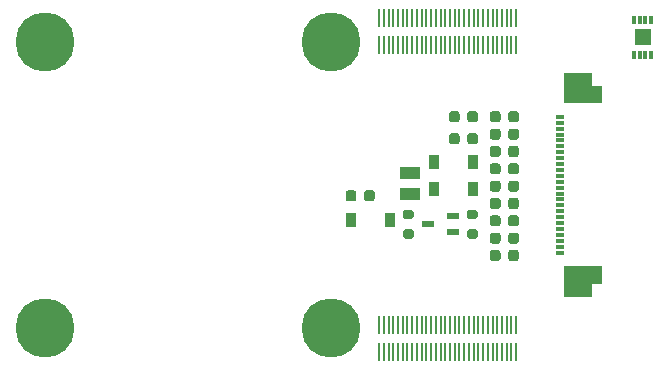
<source format=gbr>
%TF.GenerationSoftware,KiCad,Pcbnew,5.1.10-88a1d61d58~88~ubuntu20.04.1*%
%TF.CreationDate,2021-07-13T00:32:11+05:30*%
%TF.ProjectId,kimchi-epaper-lid,6b696d63-6869-42d6-9570-617065722d6c,v0.1*%
%TF.SameCoordinates,Original*%
%TF.FileFunction,Soldermask,Bot*%
%TF.FilePolarity,Negative*%
%FSLAX46Y46*%
G04 Gerber Fmt 4.6, Leading zero omitted, Abs format (unit mm)*
G04 Created by KiCad (PCBNEW 5.1.10-88a1d61d58~88~ubuntu20.04.1) date 2021-07-13 00:32:11*
%MOMM*%
%LPD*%
G01*
G04 APERTURE LIST*
%ADD10C,0.100000*%
%ADD11R,1.050000X0.500000*%
%ADD12R,1.820000X1.140000*%
%ADD13C,5.000000*%
%ADD14R,0.200000X1.500000*%
%ADD15R,0.300000X0.750000*%
%ADD16R,1.460000X1.360000*%
%ADD17R,0.900000X1.200000*%
%ADD18R,0.800000X0.300000*%
G04 APERTURE END LIST*
D10*
G36*
X162341800Y-119470060D02*
G01*
X164741800Y-119470060D01*
X164741800Y-118370060D01*
X165591800Y-118370060D01*
X165591800Y-116870060D01*
X162341800Y-116870060D01*
X162341800Y-119470060D01*
G37*
G36*
X162341800Y-100470060D02*
G01*
X164741800Y-100470060D01*
X164741800Y-101570060D01*
X165591800Y-101570060D01*
X165591800Y-103070060D01*
X162341800Y-103070060D01*
X162341800Y-100470060D01*
G37*
D11*
X150829500Y-113301939D03*
X152929500Y-113951939D03*
X152929500Y-112651939D03*
D12*
X149290000Y-110720000D03*
X149290000Y-108940000D03*
D13*
X142600000Y-122100000D03*
X142600000Y-97900000D03*
X118450000Y-122100000D03*
X118450000Y-97900000D03*
D14*
X148700000Y-124160000D03*
X149100000Y-124160000D03*
X149500000Y-124160000D03*
X149900000Y-124160000D03*
X150300000Y-124160000D03*
X146700000Y-121840000D03*
X150700000Y-124160000D03*
X147100000Y-121840000D03*
X151100000Y-124160000D03*
X147500000Y-121840000D03*
X151500000Y-124160000D03*
X147900000Y-121840000D03*
X151900000Y-124160000D03*
X148300000Y-121840000D03*
X152300000Y-124160000D03*
X148700000Y-121840000D03*
X152700000Y-124160000D03*
X149100000Y-121840000D03*
X153100000Y-124160000D03*
X149500000Y-121840000D03*
X153500000Y-124160000D03*
X149900000Y-121840000D03*
X153900000Y-124160000D03*
X150300000Y-121840000D03*
X154300000Y-124160000D03*
X150700000Y-121840000D03*
X154700000Y-124160000D03*
X151100000Y-121840000D03*
X155100000Y-124160000D03*
X151500000Y-121840000D03*
X155500000Y-124160000D03*
X151900000Y-121840000D03*
X155900000Y-124160000D03*
X152300000Y-121840000D03*
X156300000Y-124160000D03*
X152700000Y-121840000D03*
X156700000Y-124160000D03*
X153100000Y-121840000D03*
X157100000Y-124160000D03*
X153500000Y-121840000D03*
X157500000Y-124160000D03*
X153900000Y-121840000D03*
X157900000Y-124160000D03*
X154300000Y-121840000D03*
X158300000Y-124160000D03*
X154700000Y-121840000D03*
X146700000Y-124160000D03*
X155100000Y-121840000D03*
X147100000Y-124160000D03*
X155500000Y-121840000D03*
X147500000Y-124160000D03*
X155900000Y-121840000D03*
X147900000Y-124160000D03*
X156300000Y-121840000D03*
X148300000Y-124160000D03*
X156700000Y-121840000D03*
X157100000Y-121840000D03*
X157500000Y-121840000D03*
X157900000Y-121840000D03*
X158300000Y-121840000D03*
X148700000Y-98160000D03*
X149100000Y-98160000D03*
X149500000Y-98160000D03*
X149900000Y-98160000D03*
X150300000Y-98160000D03*
X146700000Y-95840000D03*
X150700000Y-98160000D03*
X147100000Y-95840000D03*
X151100000Y-98160000D03*
X147500000Y-95840000D03*
X151500000Y-98160000D03*
X147900000Y-95840000D03*
X151900000Y-98160000D03*
X148300000Y-95840000D03*
X152300000Y-98160000D03*
X148700000Y-95840000D03*
X152700000Y-98160000D03*
X149100000Y-95840000D03*
X153100000Y-98160000D03*
X149500000Y-95840000D03*
X153500000Y-98160000D03*
X149900000Y-95840000D03*
X153900000Y-98160000D03*
X150300000Y-95840000D03*
X154300000Y-98160000D03*
X150700000Y-95840000D03*
X154700000Y-98160000D03*
X151100000Y-95840000D03*
X155100000Y-98160000D03*
X151500000Y-95840000D03*
X155500000Y-98160000D03*
X151900000Y-95840000D03*
X155900000Y-98160000D03*
X152300000Y-95840000D03*
X156300000Y-98160000D03*
X152700000Y-95840000D03*
X156700000Y-98160000D03*
X153100000Y-95840000D03*
X157100000Y-98160000D03*
X153500000Y-95840000D03*
X157500000Y-98160000D03*
X153900000Y-95840000D03*
X157900000Y-98160000D03*
X154300000Y-95840000D03*
X158300000Y-98160000D03*
X154700000Y-95840000D03*
X146700000Y-98160000D03*
X155100000Y-95840000D03*
X147100000Y-98160000D03*
X155500000Y-95840000D03*
X147500000Y-98160000D03*
X155900000Y-95840000D03*
X147900000Y-98160000D03*
X156300000Y-95840000D03*
X148300000Y-98160000D03*
X156700000Y-95840000D03*
X157100000Y-95840000D03*
X157500000Y-95840000D03*
X157900000Y-95840000D03*
X158300000Y-95840000D03*
D15*
X169750000Y-99000000D03*
X169250000Y-99000000D03*
X168750000Y-99000000D03*
X168250000Y-99000000D03*
X168250000Y-96000000D03*
X168750000Y-96000000D03*
X169250000Y-96000000D03*
X169750000Y-96000000D03*
D16*
X169000000Y-97500000D03*
G36*
G01*
X155065140Y-105836400D02*
X155065140Y-106336400D01*
G75*
G02*
X154840140Y-106561400I-225000J0D01*
G01*
X154390140Y-106561400D01*
G75*
G02*
X154165140Y-106336400I0J225000D01*
G01*
X154165140Y-105836400D01*
G75*
G02*
X154390140Y-105611400I225000J0D01*
G01*
X154840140Y-105611400D01*
G75*
G02*
X155065140Y-105836400I0J-225000D01*
G01*
G37*
G36*
G01*
X153515140Y-105836400D02*
X153515140Y-106336400D01*
G75*
G02*
X153290140Y-106561400I-225000J0D01*
G01*
X152840140Y-106561400D01*
G75*
G02*
X152615140Y-106336400I0J225000D01*
G01*
X152615140Y-105836400D01*
G75*
G02*
X152840140Y-105611400I225000J0D01*
G01*
X153290140Y-105611400D01*
G75*
G02*
X153515140Y-105836400I0J-225000D01*
G01*
G37*
G36*
G01*
X145421140Y-111154780D02*
X145421140Y-110654780D01*
G75*
G02*
X145646140Y-110429780I225000J0D01*
G01*
X146096140Y-110429780D01*
G75*
G02*
X146321140Y-110654780I0J-225000D01*
G01*
X146321140Y-111154780D01*
G75*
G02*
X146096140Y-111379780I-225000J0D01*
G01*
X145646140Y-111379780D01*
G75*
G02*
X145421140Y-111154780I0J225000D01*
G01*
G37*
G36*
G01*
X143871140Y-111154780D02*
X143871140Y-110654780D01*
G75*
G02*
X144096140Y-110429780I225000J0D01*
G01*
X144546140Y-110429780D01*
G75*
G02*
X144771140Y-110654780I0J-225000D01*
G01*
X144771140Y-111154780D01*
G75*
G02*
X144546140Y-111379780I-225000J0D01*
G01*
X144096140Y-111379780D01*
G75*
G02*
X143871140Y-111154780I0J225000D01*
G01*
G37*
G36*
G01*
X156979400Y-108375446D02*
X156979400Y-108875446D01*
G75*
G02*
X156754400Y-109100446I-225000J0D01*
G01*
X156304400Y-109100446D01*
G75*
G02*
X156079400Y-108875446I0J225000D01*
G01*
X156079400Y-108375446D01*
G75*
G02*
X156304400Y-108150446I225000J0D01*
G01*
X156754400Y-108150446D01*
G75*
G02*
X156979400Y-108375446I0J-225000D01*
G01*
G37*
G36*
G01*
X158529400Y-108375446D02*
X158529400Y-108875446D01*
G75*
G02*
X158304400Y-109100446I-225000J0D01*
G01*
X157854400Y-109100446D01*
G75*
G02*
X157629400Y-108875446I0J225000D01*
G01*
X157629400Y-108375446D01*
G75*
G02*
X157854400Y-108150446I225000J0D01*
G01*
X158304400Y-108150446D01*
G75*
G02*
X158529400Y-108375446I0J-225000D01*
G01*
G37*
G36*
G01*
X156079400Y-105939842D02*
X156079400Y-105439842D01*
G75*
G02*
X156304400Y-105214842I225000J0D01*
G01*
X156754400Y-105214842D01*
G75*
G02*
X156979400Y-105439842I0J-225000D01*
G01*
X156979400Y-105939842D01*
G75*
G02*
X156754400Y-106164842I-225000J0D01*
G01*
X156304400Y-106164842D01*
G75*
G02*
X156079400Y-105939842I0J225000D01*
G01*
G37*
G36*
G01*
X157629400Y-105939842D02*
X157629400Y-105439842D01*
G75*
G02*
X157854400Y-105214842I225000J0D01*
G01*
X158304400Y-105214842D01*
G75*
G02*
X158529400Y-105439842I0J-225000D01*
G01*
X158529400Y-105939842D01*
G75*
G02*
X158304400Y-106164842I-225000J0D01*
G01*
X157854400Y-106164842D01*
G75*
G02*
X157629400Y-105939842I0J225000D01*
G01*
G37*
G36*
G01*
X157629400Y-113278852D02*
X157629400Y-112778852D01*
G75*
G02*
X157854400Y-112553852I225000J0D01*
G01*
X158304400Y-112553852D01*
G75*
G02*
X158529400Y-112778852I0J-225000D01*
G01*
X158529400Y-113278852D01*
G75*
G02*
X158304400Y-113503852I-225000J0D01*
G01*
X157854400Y-113503852D01*
G75*
G02*
X157629400Y-113278852I0J225000D01*
G01*
G37*
G36*
G01*
X156079400Y-113278852D02*
X156079400Y-112778852D01*
G75*
G02*
X156304400Y-112553852I225000J0D01*
G01*
X156754400Y-112553852D01*
G75*
G02*
X156979400Y-112778852I0J-225000D01*
G01*
X156979400Y-113278852D01*
G75*
G02*
X156754400Y-113503852I-225000J0D01*
G01*
X156304400Y-113503852D01*
G75*
G02*
X156079400Y-113278852I0J225000D01*
G01*
G37*
G36*
G01*
X158529400Y-111311050D02*
X158529400Y-111811050D01*
G75*
G02*
X158304400Y-112036050I-225000J0D01*
G01*
X157854400Y-112036050D01*
G75*
G02*
X157629400Y-111811050I0J225000D01*
G01*
X157629400Y-111311050D01*
G75*
G02*
X157854400Y-111086050I225000J0D01*
G01*
X158304400Y-111086050D01*
G75*
G02*
X158529400Y-111311050I0J-225000D01*
G01*
G37*
G36*
G01*
X156979400Y-111311050D02*
X156979400Y-111811050D01*
G75*
G02*
X156754400Y-112036050I-225000J0D01*
G01*
X156304400Y-112036050D01*
G75*
G02*
X156079400Y-111811050I0J225000D01*
G01*
X156079400Y-111311050D01*
G75*
G02*
X156304400Y-111086050I225000J0D01*
G01*
X156754400Y-111086050D01*
G75*
G02*
X156979400Y-111311050I0J-225000D01*
G01*
G37*
G36*
G01*
X156979400Y-109843248D02*
X156979400Y-110343248D01*
G75*
G02*
X156754400Y-110568248I-225000J0D01*
G01*
X156304400Y-110568248D01*
G75*
G02*
X156079400Y-110343248I0J225000D01*
G01*
X156079400Y-109843248D01*
G75*
G02*
X156304400Y-109618248I225000J0D01*
G01*
X156754400Y-109618248D01*
G75*
G02*
X156979400Y-109843248I0J-225000D01*
G01*
G37*
G36*
G01*
X158529400Y-109843248D02*
X158529400Y-110343248D01*
G75*
G02*
X158304400Y-110568248I-225000J0D01*
G01*
X157854400Y-110568248D01*
G75*
G02*
X157629400Y-110343248I0J225000D01*
G01*
X157629400Y-109843248D01*
G75*
G02*
X157854400Y-109618248I225000J0D01*
G01*
X158304400Y-109618248D01*
G75*
G02*
X158529400Y-109843248I0J-225000D01*
G01*
G37*
G36*
G01*
X156979400Y-106907644D02*
X156979400Y-107407644D01*
G75*
G02*
X156754400Y-107632644I-225000J0D01*
G01*
X156304400Y-107632644D01*
G75*
G02*
X156079400Y-107407644I0J225000D01*
G01*
X156079400Y-106907644D01*
G75*
G02*
X156304400Y-106682644I225000J0D01*
G01*
X156754400Y-106682644D01*
G75*
G02*
X156979400Y-106907644I0J-225000D01*
G01*
G37*
G36*
G01*
X158529400Y-106907644D02*
X158529400Y-107407644D01*
G75*
G02*
X158304400Y-107632644I-225000J0D01*
G01*
X157854400Y-107632644D01*
G75*
G02*
X157629400Y-107407644I0J225000D01*
G01*
X157629400Y-106907644D01*
G75*
G02*
X157854400Y-106682644I225000J0D01*
G01*
X158304400Y-106682644D01*
G75*
G02*
X158529400Y-106907644I0J-225000D01*
G01*
G37*
G36*
G01*
X156079400Y-104472040D02*
X156079400Y-103972040D01*
G75*
G02*
X156304400Y-103747040I225000J0D01*
G01*
X156754400Y-103747040D01*
G75*
G02*
X156979400Y-103972040I0J-225000D01*
G01*
X156979400Y-104472040D01*
G75*
G02*
X156754400Y-104697040I-225000J0D01*
G01*
X156304400Y-104697040D01*
G75*
G02*
X156079400Y-104472040I0J225000D01*
G01*
G37*
G36*
G01*
X157629400Y-104472040D02*
X157629400Y-103972040D01*
G75*
G02*
X157854400Y-103747040I225000J0D01*
G01*
X158304400Y-103747040D01*
G75*
G02*
X158529400Y-103972040I0J-225000D01*
G01*
X158529400Y-104472040D01*
G75*
G02*
X158304400Y-104697040I-225000J0D01*
G01*
X157854400Y-104697040D01*
G75*
G02*
X157629400Y-104472040I0J225000D01*
G01*
G37*
G36*
G01*
X158529400Y-115714456D02*
X158529400Y-116214456D01*
G75*
G02*
X158304400Y-116439456I-225000J0D01*
G01*
X157854400Y-116439456D01*
G75*
G02*
X157629400Y-116214456I0J225000D01*
G01*
X157629400Y-115714456D01*
G75*
G02*
X157854400Y-115489456I225000J0D01*
G01*
X158304400Y-115489456D01*
G75*
G02*
X158529400Y-115714456I0J-225000D01*
G01*
G37*
G36*
G01*
X156979400Y-115714456D02*
X156979400Y-116214456D01*
G75*
G02*
X156754400Y-116439456I-225000J0D01*
G01*
X156304400Y-116439456D01*
G75*
G02*
X156079400Y-116214456I0J225000D01*
G01*
X156079400Y-115714456D01*
G75*
G02*
X156304400Y-115489456I225000J0D01*
G01*
X156754400Y-115489456D01*
G75*
G02*
X156979400Y-115714456I0J-225000D01*
G01*
G37*
G36*
G01*
X157629400Y-114746654D02*
X157629400Y-114246654D01*
G75*
G02*
X157854400Y-114021654I225000J0D01*
G01*
X158304400Y-114021654D01*
G75*
G02*
X158529400Y-114246654I0J-225000D01*
G01*
X158529400Y-114746654D01*
G75*
G02*
X158304400Y-114971654I-225000J0D01*
G01*
X157854400Y-114971654D01*
G75*
G02*
X157629400Y-114746654I0J225000D01*
G01*
G37*
G36*
G01*
X156079400Y-114746654D02*
X156079400Y-114246654D01*
G75*
G02*
X156304400Y-114021654I225000J0D01*
G01*
X156754400Y-114021654D01*
G75*
G02*
X156979400Y-114246654I0J-225000D01*
G01*
X156979400Y-114746654D01*
G75*
G02*
X156754400Y-114971654I-225000J0D01*
G01*
X156304400Y-114971654D01*
G75*
G02*
X156079400Y-114746654I0J225000D01*
G01*
G37*
G36*
G01*
X152615140Y-104465959D02*
X152615140Y-103965959D01*
G75*
G02*
X152840140Y-103740959I225000J0D01*
G01*
X153290140Y-103740959D01*
G75*
G02*
X153515140Y-103965959I0J-225000D01*
G01*
X153515140Y-104465959D01*
G75*
G02*
X153290140Y-104690959I-225000J0D01*
G01*
X152840140Y-104690959D01*
G75*
G02*
X152615140Y-104465959I0J225000D01*
G01*
G37*
G36*
G01*
X154165140Y-104465959D02*
X154165140Y-103965959D01*
G75*
G02*
X154390140Y-103740959I225000J0D01*
G01*
X154840140Y-103740959D01*
G75*
G02*
X155065140Y-103965959I0J-225000D01*
G01*
X155065140Y-104465959D01*
G75*
G02*
X154840140Y-104690959I-225000J0D01*
G01*
X154390140Y-104690959D01*
G75*
G02*
X154165140Y-104465959I0J225000D01*
G01*
G37*
D17*
X147616140Y-112982500D03*
X144316140Y-112982500D03*
X151317380Y-108004100D03*
X154617380Y-108004100D03*
X151317380Y-110371380D03*
X154617380Y-110371380D03*
G36*
G01*
X149446620Y-114537500D02*
X148896620Y-114537500D01*
G75*
G02*
X148696620Y-114337500I0J200000D01*
G01*
X148696620Y-113937500D01*
G75*
G02*
X148896620Y-113737500I200000J0D01*
G01*
X149446620Y-113737500D01*
G75*
G02*
X149646620Y-113937500I0J-200000D01*
G01*
X149646620Y-114337500D01*
G75*
G02*
X149446620Y-114537500I-200000J0D01*
G01*
G37*
G36*
G01*
X149446620Y-112887500D02*
X148896620Y-112887500D01*
G75*
G02*
X148696620Y-112687500I0J200000D01*
G01*
X148696620Y-112287500D01*
G75*
G02*
X148896620Y-112087500I200000J0D01*
G01*
X149446620Y-112087500D01*
G75*
G02*
X149646620Y-112287500I0J-200000D01*
G01*
X149646620Y-112687500D01*
G75*
G02*
X149446620Y-112887500I-200000J0D01*
G01*
G37*
G36*
G01*
X154312380Y-113726939D02*
X154862380Y-113726939D01*
G75*
G02*
X155062380Y-113926939I0J-200000D01*
G01*
X155062380Y-114326939D01*
G75*
G02*
X154862380Y-114526939I-200000J0D01*
G01*
X154312380Y-114526939D01*
G75*
G02*
X154112380Y-114326939I0J200000D01*
G01*
X154112380Y-113926939D01*
G75*
G02*
X154312380Y-113726939I200000J0D01*
G01*
G37*
G36*
G01*
X154312380Y-112076939D02*
X154862380Y-112076939D01*
G75*
G02*
X155062380Y-112276939I0J-200000D01*
G01*
X155062380Y-112676939D01*
G75*
G02*
X154862380Y-112876939I-200000J0D01*
G01*
X154312380Y-112876939D01*
G75*
G02*
X154112380Y-112676939I0J200000D01*
G01*
X154112380Y-112276939D01*
G75*
G02*
X154312380Y-112076939I200000J0D01*
G01*
G37*
D18*
X162041800Y-104220060D03*
X162041800Y-104720060D03*
X162041800Y-105220060D03*
X162041800Y-105720060D03*
X162041800Y-106220060D03*
X162041800Y-106720060D03*
X162041800Y-107220060D03*
X162041800Y-107720060D03*
X162041800Y-108220060D03*
X162041800Y-108720060D03*
X162041800Y-109220060D03*
X162041800Y-109720060D03*
X162041800Y-110220060D03*
X162041800Y-110720060D03*
X162041800Y-111220060D03*
X162041800Y-111720060D03*
X162041800Y-112220060D03*
X162041800Y-112720060D03*
X162041800Y-113220060D03*
X162041800Y-113720060D03*
X162041800Y-114220060D03*
X162041800Y-114720060D03*
X162041800Y-115220060D03*
X162041800Y-115720060D03*
M02*

</source>
